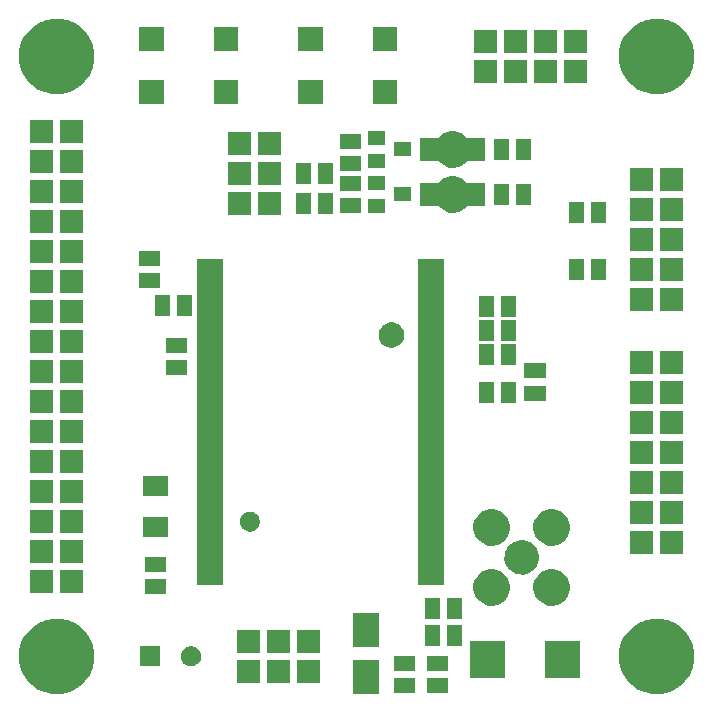
<source format=gbr>
G04 #@! TF.FileFunction,Soldermask,Bot*
%FSLAX46Y46*%
G04 Gerber Fmt 4.6, Leading zero omitted, Abs format (unit mm)*
G04 Created by KiCad (PCBNEW (2016-09-17 revision 679eef1)-makepkg) date 01/02/17 11:13:26*
%MOMM*%
%LPD*%
G01*
G04 APERTURE LIST*
%ADD10C,0.300000*%
G04 APERTURE END LIST*
D10*
G36*
X5416110Y8277872D02*
X6030848Y8151685D01*
X6609363Y7908500D01*
X7129631Y7557574D01*
X7571824Y7112283D01*
X7919105Y6589582D01*
X8158249Y6009378D01*
X8280004Y5394466D01*
X8280004Y5394449D01*
X8280137Y5393776D01*
X8270128Y4676993D01*
X8269977Y4676330D01*
X8269977Y4676306D01*
X8131099Y4065032D01*
X7875851Y3491739D01*
X7514107Y2978933D01*
X7059653Y2546162D01*
X6529787Y2209900D01*
X5944712Y1982964D01*
X5326688Y1873989D01*
X4699273Y1887132D01*
X4086359Y2021890D01*
X3511293Y2273129D01*
X2995980Y2631282D01*
X2560044Y3082706D01*
X2220093Y3610208D01*
X1989075Y4193693D01*
X1875790Y4810936D01*
X1884551Y5438424D01*
X2015027Y6052266D01*
X2262248Y6629075D01*
X2616795Y7146877D01*
X3065163Y7585952D01*
X3590276Y7929576D01*
X4172132Y8164661D01*
X4788571Y8282254D01*
X5416110Y8277872D01*
X5416110Y8277872D01*
G37*
G36*
X56216110Y8277872D02*
X56830848Y8151685D01*
X57409363Y7908500D01*
X57929631Y7557574D01*
X58371824Y7112283D01*
X58719105Y6589582D01*
X58958249Y6009378D01*
X59080004Y5394466D01*
X59080004Y5394449D01*
X59080137Y5393776D01*
X59070128Y4676993D01*
X59069977Y4676330D01*
X59069977Y4676306D01*
X58931099Y4065032D01*
X58675851Y3491739D01*
X58314107Y2978933D01*
X57859653Y2546162D01*
X57329787Y2209900D01*
X56744712Y1982964D01*
X56126688Y1873989D01*
X55499273Y1887132D01*
X54886359Y2021890D01*
X54311293Y2273129D01*
X53795980Y2631282D01*
X53360044Y3082706D01*
X53020093Y3610208D01*
X52789075Y4193693D01*
X52675790Y4810936D01*
X52684551Y5438424D01*
X52815027Y6052266D01*
X53062248Y6629075D01*
X53416795Y7146877D01*
X53865163Y7585952D01*
X54390276Y7929576D01*
X54972132Y8164661D01*
X55588571Y8282254D01*
X56216110Y8277872D01*
X56216110Y8277872D01*
G37*
G36*
X32342430Y1885340D02*
X30141570Y1885340D01*
X30141570Y4784700D01*
X32342430Y4784700D01*
X32342430Y1885340D01*
X32342430Y1885340D01*
G37*
G36*
X38236500Y1959000D02*
X36439500Y1959000D01*
X36439500Y3248000D01*
X38236500Y3248000D01*
X38236500Y1959000D01*
X38236500Y1959000D01*
G37*
G36*
X35442500Y1959000D02*
X33645500Y1959000D01*
X33645500Y3248000D01*
X35442500Y3248000D01*
X35442500Y1959000D01*
X35442500Y1959000D01*
G37*
G36*
X27378000Y2848000D02*
X25454000Y2848000D01*
X25454000Y4772000D01*
X27378000Y4772000D01*
X27378000Y2848000D01*
X27378000Y2848000D01*
G37*
G36*
X24838000Y2848000D02*
X22914000Y2848000D01*
X22914000Y4772000D01*
X24838000Y4772000D01*
X24838000Y2848000D01*
X24838000Y2848000D01*
G37*
G36*
X22298000Y2848000D02*
X20374000Y2848000D01*
X20374000Y4772000D01*
X22298000Y4772000D01*
X22298000Y2848000D01*
X22298000Y2848000D01*
G37*
G36*
X49354080Y3275990D02*
X46403920Y3275990D01*
X46403920Y6376010D01*
X49354080Y6376010D01*
X49354080Y3275990D01*
X49354080Y3275990D01*
G37*
G36*
X43004080Y3275990D02*
X40053920Y3275990D01*
X40053920Y6376010D01*
X43004080Y6376010D01*
X43004080Y3275990D01*
X43004080Y3275990D01*
G37*
G36*
X38236500Y3864000D02*
X36439500Y3864000D01*
X36439500Y5153000D01*
X38236500Y5153000D01*
X38236500Y3864000D01*
X38236500Y3864000D01*
G37*
G36*
X35442500Y3864000D02*
X33645500Y3864000D01*
X33645500Y5153000D01*
X35442500Y5153000D01*
X35442500Y3864000D01*
X35442500Y3864000D01*
G37*
G36*
X16543285Y5929438D02*
X16706568Y5895921D01*
X16860238Y5831324D01*
X16998437Y5738108D01*
X17115894Y5619828D01*
X17208139Y5480986D01*
X17271662Y5326868D01*
X17303904Y5164035D01*
X17303904Y5164020D01*
X17304037Y5163347D01*
X17301378Y4972951D01*
X17301227Y4972288D01*
X17301227Y4972264D01*
X17264451Y4810396D01*
X17196652Y4658119D01*
X17100561Y4521901D01*
X16979847Y4406946D01*
X16839101Y4317626D01*
X16683693Y4257347D01*
X16519526Y4228399D01*
X16352868Y4231891D01*
X16190063Y4267685D01*
X16037311Y4334421D01*
X15900431Y4429556D01*
X15784635Y4549466D01*
X15694332Y4689589D01*
X15632969Y4844572D01*
X15602878Y5008529D01*
X15605205Y5175205D01*
X15639863Y5338258D01*
X15705532Y5491477D01*
X15799709Y5629017D01*
X15918804Y5745644D01*
X16058293Y5836923D01*
X16212845Y5899366D01*
X16376588Y5930602D01*
X16543285Y5929438D01*
X16543285Y5929438D01*
G37*
G36*
X13804000Y4230000D02*
X12104000Y4230000D01*
X12104000Y5930000D01*
X13804000Y5930000D01*
X13804000Y4230000D01*
X13804000Y4230000D01*
G37*
G36*
X27378000Y5388000D02*
X25454000Y5388000D01*
X25454000Y7312000D01*
X27378000Y7312000D01*
X27378000Y5388000D01*
X27378000Y5388000D01*
G37*
G36*
X22298000Y5388000D02*
X20374000Y5388000D01*
X20374000Y7312000D01*
X22298000Y7312000D01*
X22298000Y5388000D01*
X22298000Y5388000D01*
G37*
G36*
X24838000Y5388000D02*
X22914000Y5388000D01*
X22914000Y7312000D01*
X24838000Y7312000D01*
X24838000Y5388000D01*
X24838000Y5388000D01*
G37*
G36*
X32342430Y5883300D02*
X30141570Y5883300D01*
X30141570Y8782660D01*
X32342430Y8782660D01*
X32342430Y5883300D01*
X32342430Y5883300D01*
G37*
G36*
X39443000Y5959500D02*
X38154000Y5959500D01*
X38154000Y7756500D01*
X39443000Y7756500D01*
X39443000Y5959500D01*
X39443000Y5959500D01*
G37*
G36*
X37538000Y5959500D02*
X36249000Y5959500D01*
X36249000Y7756500D01*
X37538000Y7756500D01*
X37538000Y5959500D01*
X37538000Y5959500D01*
G37*
G36*
X39443000Y8245500D02*
X38154000Y8245500D01*
X38154000Y10042500D01*
X39443000Y10042500D01*
X39443000Y8245500D01*
X39443000Y8245500D01*
G37*
G36*
X37538000Y8245500D02*
X36249000Y8245500D01*
X36249000Y10042500D01*
X37538000Y10042500D01*
X37538000Y8245500D01*
X37538000Y8245500D01*
G37*
G36*
X47152804Y12470971D02*
X47450569Y12409849D01*
X47730786Y12292057D01*
X47982793Y12122077D01*
X48196980Y11906389D01*
X48365193Y11653206D01*
X48481030Y11372165D01*
X48539934Y11074678D01*
X48539934Y11074658D01*
X48540067Y11073985D01*
X48535219Y10726793D01*
X48535067Y10726125D01*
X48535067Y10726107D01*
X48467878Y10430375D01*
X48344241Y10152680D01*
X48169025Y9904296D01*
X47948897Y9694671D01*
X47692240Y9531792D01*
X47408848Y9421871D01*
X47109489Y9369085D01*
X46805585Y9375452D01*
X46508704Y9440726D01*
X46230159Y9562418D01*
X45980550Y9735902D01*
X45769395Y9954559D01*
X45604731Y10210068D01*
X45492829Y10492697D01*
X45437958Y10791671D01*
X45442202Y11095611D01*
X45505402Y11392946D01*
X45625147Y11672332D01*
X45796884Y11923146D01*
X46014059Y12135820D01*
X46268417Y12302267D01*
X46550249Y12416135D01*
X46848839Y12473094D01*
X47152804Y12470971D01*
X47152804Y12470971D01*
G37*
G36*
X42072804Y12470971D02*
X42370569Y12409849D01*
X42650786Y12292057D01*
X42902793Y12122077D01*
X43116980Y11906389D01*
X43285193Y11653206D01*
X43401030Y11372165D01*
X43459934Y11074678D01*
X43459934Y11074658D01*
X43460067Y11073985D01*
X43455219Y10726793D01*
X43455067Y10726125D01*
X43455067Y10726107D01*
X43387878Y10430375D01*
X43264241Y10152680D01*
X43089025Y9904296D01*
X42868897Y9694671D01*
X42612240Y9531792D01*
X42328848Y9421871D01*
X42029489Y9369085D01*
X41725585Y9375452D01*
X41428704Y9440726D01*
X41150159Y9562418D01*
X40900550Y9735902D01*
X40689395Y9954559D01*
X40524731Y10210068D01*
X40412829Y10492697D01*
X40357958Y10791671D01*
X40362202Y11095611D01*
X40425402Y11392946D01*
X40545147Y11672332D01*
X40716884Y11923146D01*
X40934059Y12135820D01*
X41188417Y12302267D01*
X41470249Y12416135D01*
X41768839Y12473094D01*
X42072804Y12470971D01*
X42072804Y12470971D01*
G37*
G36*
X14360500Y10341000D02*
X12563500Y10341000D01*
X12563500Y11630000D01*
X14360500Y11630000D01*
X14360500Y10341000D01*
X14360500Y10341000D01*
G37*
G36*
X4772000Y10468000D02*
X2848000Y10468000D01*
X2848000Y12392000D01*
X4772000Y12392000D01*
X4772000Y10468000D01*
X4772000Y10468000D01*
G37*
G36*
X7312000Y10468000D02*
X5388000Y10468000D01*
X5388000Y12392000D01*
X7312000Y12392000D01*
X7312000Y10468000D01*
X7312000Y10468000D01*
G37*
G36*
X19182000Y11092000D02*
X16982000Y11092000D01*
X16982000Y38692000D01*
X19182000Y38692000D01*
X19182000Y11092000D01*
X19182000Y11092000D01*
G37*
G36*
X37882000Y11092000D02*
X35682000Y11092000D01*
X35682000Y38692000D01*
X37882000Y38692000D01*
X37882000Y11092000D01*
X37882000Y11092000D01*
G37*
G36*
X44602300Y14911038D02*
X44880857Y14853859D01*
X45142992Y14743668D01*
X45378739Y14584654D01*
X45579112Y14382878D01*
X45736471Y14146032D01*
X45844835Y13883122D01*
X45899930Y13604872D01*
X45899930Y13604848D01*
X45900062Y13604180D01*
X45895527Y13279387D01*
X45895376Y13278724D01*
X45895376Y13278700D01*
X45832532Y13002096D01*
X45716870Y12742316D01*
X45552956Y12509951D01*
X45347033Y12313854D01*
X45106936Y12161484D01*
X44841824Y12058653D01*
X44561780Y12009273D01*
X44277482Y12015229D01*
X43999756Y12076290D01*
X43739179Y12190134D01*
X43505677Y12352422D01*
X43308143Y12556974D01*
X43154102Y12796000D01*
X43049422Y13060392D01*
X42998089Y13340081D01*
X43002059Y13624410D01*
X43061182Y13902558D01*
X43173204Y14163927D01*
X43333859Y14398556D01*
X43537026Y14597512D01*
X43774966Y14753216D01*
X44038620Y14859740D01*
X44317946Y14913024D01*
X44602300Y14911038D01*
X44602300Y14911038D01*
G37*
G36*
X14360500Y12246000D02*
X12563500Y12246000D01*
X12563500Y13535000D01*
X14360500Y13535000D01*
X14360500Y12246000D01*
X14360500Y12246000D01*
G37*
G36*
X4772000Y13008000D02*
X2848000Y13008000D01*
X2848000Y14932000D01*
X4772000Y14932000D01*
X4772000Y13008000D01*
X4772000Y13008000D01*
G37*
G36*
X7312000Y13008000D02*
X5388000Y13008000D01*
X5388000Y14932000D01*
X7312000Y14932000D01*
X7312000Y13008000D01*
X7312000Y13008000D01*
G37*
G36*
X58112000Y13770000D02*
X56188000Y13770000D01*
X56188000Y15694000D01*
X58112000Y15694000D01*
X58112000Y13770000D01*
X58112000Y13770000D01*
G37*
G36*
X55572000Y13770000D02*
X53648000Y13770000D01*
X53648000Y15694000D01*
X55572000Y15694000D01*
X55572000Y13770000D01*
X55572000Y13770000D01*
G37*
G36*
X47152804Y17550971D02*
X47450569Y17489849D01*
X47730786Y17372057D01*
X47982793Y17202077D01*
X48196980Y16986389D01*
X48365193Y16733206D01*
X48481030Y16452165D01*
X48539934Y16154678D01*
X48539934Y16154658D01*
X48540067Y16153985D01*
X48535219Y15806793D01*
X48535067Y15806125D01*
X48535067Y15806107D01*
X48467878Y15510375D01*
X48344241Y15232680D01*
X48169025Y14984296D01*
X47948897Y14774671D01*
X47692240Y14611792D01*
X47408848Y14501871D01*
X47109489Y14449085D01*
X46805585Y14455452D01*
X46508704Y14520726D01*
X46230159Y14642418D01*
X45980550Y14815902D01*
X45769395Y15034559D01*
X45604731Y15290068D01*
X45492829Y15572697D01*
X45437958Y15871671D01*
X45442202Y16175611D01*
X45505402Y16472946D01*
X45625147Y16752332D01*
X45796884Y17003146D01*
X46014059Y17215820D01*
X46268417Y17382267D01*
X46550249Y17496135D01*
X46848839Y17553094D01*
X47152804Y17550971D01*
X47152804Y17550971D01*
G37*
G36*
X42072804Y17550971D02*
X42370569Y17489849D01*
X42650786Y17372057D01*
X42902793Y17202077D01*
X43116980Y16986389D01*
X43285193Y16733206D01*
X43401030Y16452165D01*
X43459934Y16154678D01*
X43459934Y16154658D01*
X43460067Y16153985D01*
X43455219Y15806793D01*
X43455067Y15806125D01*
X43455067Y15806107D01*
X43387878Y15510375D01*
X43264241Y15232680D01*
X43089025Y14984296D01*
X42868897Y14774671D01*
X42612240Y14611792D01*
X42328848Y14501871D01*
X42029489Y14449085D01*
X41725585Y14455452D01*
X41428704Y14520726D01*
X41150159Y14642418D01*
X40900550Y14815902D01*
X40689395Y15034559D01*
X40524731Y15290068D01*
X40412829Y15572697D01*
X40357958Y15871671D01*
X40362202Y16175611D01*
X40425402Y16472946D01*
X40545147Y16752332D01*
X40716884Y17003146D01*
X40934059Y17215820D01*
X41188417Y17382267D01*
X41470249Y17496135D01*
X41768839Y17553094D01*
X42072804Y17550971D01*
X42072804Y17550971D01*
G37*
G36*
X14511630Y15179700D02*
X12412370Y15179700D01*
X12412370Y16880180D01*
X14511630Y16880180D01*
X14511630Y15179700D01*
X14511630Y15179700D01*
G37*
G36*
X7312000Y15548000D02*
X5388000Y15548000D01*
X5388000Y17472000D01*
X7312000Y17472000D01*
X7312000Y15548000D01*
X7312000Y15548000D01*
G37*
G36*
X4772000Y15548000D02*
X2848000Y15548000D01*
X2848000Y17472000D01*
X4772000Y17472000D01*
X4772000Y15548000D01*
X4772000Y15548000D01*
G37*
G36*
X21521285Y17333438D02*
X21684568Y17299921D01*
X21838238Y17235324D01*
X21976437Y17142108D01*
X22093894Y17023828D01*
X22186139Y16884986D01*
X22249662Y16730868D01*
X22281904Y16568035D01*
X22281904Y16568020D01*
X22282037Y16567347D01*
X22279378Y16376951D01*
X22279227Y16376288D01*
X22279227Y16376264D01*
X22242451Y16214396D01*
X22174652Y16062119D01*
X22078561Y15925901D01*
X21957847Y15810946D01*
X21817101Y15721626D01*
X21661693Y15661347D01*
X21497526Y15632399D01*
X21330868Y15635891D01*
X21168063Y15671685D01*
X21015311Y15738421D01*
X20878431Y15833556D01*
X20762635Y15953466D01*
X20672332Y16093589D01*
X20610969Y16248572D01*
X20580878Y16412529D01*
X20583205Y16579205D01*
X20617863Y16742258D01*
X20683532Y16895477D01*
X20777709Y17033017D01*
X20896804Y17149644D01*
X21036293Y17240923D01*
X21190845Y17303366D01*
X21354588Y17334602D01*
X21521285Y17333438D01*
X21521285Y17333438D01*
G37*
G36*
X58112000Y16310000D02*
X56188000Y16310000D01*
X56188000Y18234000D01*
X58112000Y18234000D01*
X58112000Y16310000D01*
X58112000Y16310000D01*
G37*
G36*
X55572000Y16310000D02*
X53648000Y16310000D01*
X53648000Y18234000D01*
X55572000Y18234000D01*
X55572000Y16310000D01*
X55572000Y16310000D01*
G37*
G36*
X7312000Y18088000D02*
X5388000Y18088000D01*
X5388000Y20012000D01*
X7312000Y20012000D01*
X7312000Y18088000D01*
X7312000Y18088000D01*
G37*
G36*
X4772000Y18088000D02*
X2848000Y18088000D01*
X2848000Y20012000D01*
X4772000Y20012000D01*
X4772000Y18088000D01*
X4772000Y18088000D01*
G37*
G36*
X14511630Y18679820D02*
X12412370Y18679820D01*
X12412370Y20380300D01*
X14511630Y20380300D01*
X14511630Y18679820D01*
X14511630Y18679820D01*
G37*
G36*
X58112000Y18850000D02*
X56188000Y18850000D01*
X56188000Y20774000D01*
X58112000Y20774000D01*
X58112000Y18850000D01*
X58112000Y18850000D01*
G37*
G36*
X55572000Y18850000D02*
X53648000Y18850000D01*
X53648000Y20774000D01*
X55572000Y20774000D01*
X55572000Y18850000D01*
X55572000Y18850000D01*
G37*
G36*
X7312000Y20628000D02*
X5388000Y20628000D01*
X5388000Y22552000D01*
X7312000Y22552000D01*
X7312000Y20628000D01*
X7312000Y20628000D01*
G37*
G36*
X4772000Y20628000D02*
X2848000Y20628000D01*
X2848000Y22552000D01*
X4772000Y22552000D01*
X4772000Y20628000D01*
X4772000Y20628000D01*
G37*
G36*
X55572000Y21390000D02*
X53648000Y21390000D01*
X53648000Y23314000D01*
X55572000Y23314000D01*
X55572000Y21390000D01*
X55572000Y21390000D01*
G37*
G36*
X58112000Y21390000D02*
X56188000Y21390000D01*
X56188000Y23314000D01*
X58112000Y23314000D01*
X58112000Y21390000D01*
X58112000Y21390000D01*
G37*
G36*
X7312000Y23168000D02*
X5388000Y23168000D01*
X5388000Y25092000D01*
X7312000Y25092000D01*
X7312000Y23168000D01*
X7312000Y23168000D01*
G37*
G36*
X4772000Y23168000D02*
X2848000Y23168000D01*
X2848000Y25092000D01*
X4772000Y25092000D01*
X4772000Y23168000D01*
X4772000Y23168000D01*
G37*
G36*
X55572000Y23930000D02*
X53648000Y23930000D01*
X53648000Y25854000D01*
X55572000Y25854000D01*
X55572000Y23930000D01*
X55572000Y23930000D01*
G37*
G36*
X58112000Y23930000D02*
X56188000Y23930000D01*
X56188000Y25854000D01*
X58112000Y25854000D01*
X58112000Y23930000D01*
X58112000Y23930000D01*
G37*
G36*
X7312000Y25708000D02*
X5388000Y25708000D01*
X5388000Y27632000D01*
X7312000Y27632000D01*
X7312000Y25708000D01*
X7312000Y25708000D01*
G37*
G36*
X4772000Y25708000D02*
X2848000Y25708000D01*
X2848000Y27632000D01*
X4772000Y27632000D01*
X4772000Y25708000D01*
X4772000Y25708000D01*
G37*
G36*
X55572000Y26470000D02*
X53648000Y26470000D01*
X53648000Y28394000D01*
X55572000Y28394000D01*
X55572000Y26470000D01*
X55572000Y26470000D01*
G37*
G36*
X58112000Y26470000D02*
X56188000Y26470000D01*
X56188000Y28394000D01*
X58112000Y28394000D01*
X58112000Y26470000D01*
X58112000Y26470000D01*
G37*
G36*
X44015000Y26533500D02*
X42726000Y26533500D01*
X42726000Y28330500D01*
X44015000Y28330500D01*
X44015000Y26533500D01*
X44015000Y26533500D01*
G37*
G36*
X42110000Y26533500D02*
X40821000Y26533500D01*
X40821000Y28330500D01*
X42110000Y28330500D01*
X42110000Y26533500D01*
X42110000Y26533500D01*
G37*
G36*
X46491500Y26724000D02*
X44694500Y26724000D01*
X44694500Y28013000D01*
X46491500Y28013000D01*
X46491500Y26724000D01*
X46491500Y26724000D01*
G37*
G36*
X4772000Y28248000D02*
X2848000Y28248000D01*
X2848000Y30172000D01*
X4772000Y30172000D01*
X4772000Y28248000D01*
X4772000Y28248000D01*
G37*
G36*
X7312000Y28248000D02*
X5388000Y28248000D01*
X5388000Y30172000D01*
X7312000Y30172000D01*
X7312000Y28248000D01*
X7312000Y28248000D01*
G37*
G36*
X46491500Y28629000D02*
X44694500Y28629000D01*
X44694500Y29918000D01*
X46491500Y29918000D01*
X46491500Y28629000D01*
X46491500Y28629000D01*
G37*
G36*
X16138500Y28883000D02*
X14341500Y28883000D01*
X14341500Y30172000D01*
X16138500Y30172000D01*
X16138500Y28883000D01*
X16138500Y28883000D01*
G37*
G36*
X58112000Y29010000D02*
X56188000Y29010000D01*
X56188000Y30934000D01*
X58112000Y30934000D01*
X58112000Y29010000D01*
X58112000Y29010000D01*
G37*
G36*
X55572000Y29010000D02*
X53648000Y29010000D01*
X53648000Y30934000D01*
X55572000Y30934000D01*
X55572000Y29010000D01*
X55572000Y29010000D01*
G37*
G36*
X42110000Y29708500D02*
X40821000Y29708500D01*
X40821000Y31505500D01*
X42110000Y31505500D01*
X42110000Y29708500D01*
X42110000Y29708500D01*
G37*
G36*
X44015000Y29708500D02*
X42726000Y29708500D01*
X42726000Y31505500D01*
X44015000Y31505500D01*
X44015000Y29708500D01*
X44015000Y29708500D01*
G37*
G36*
X16138500Y30788000D02*
X14341500Y30788000D01*
X14341500Y32077000D01*
X16138500Y32077000D01*
X16138500Y30788000D01*
X16138500Y30788000D01*
G37*
G36*
X7312000Y30788000D02*
X5388000Y30788000D01*
X5388000Y32712000D01*
X7312000Y32712000D01*
X7312000Y30788000D01*
X7312000Y30788000D01*
G37*
G36*
X4772000Y30788000D02*
X2848000Y30788000D01*
X2848000Y32712000D01*
X4772000Y32712000D01*
X4772000Y30788000D01*
X4772000Y30788000D01*
G37*
G36*
X33544912Y33358287D02*
X33751428Y33315896D01*
X33945771Y33234202D01*
X34120548Y33116313D01*
X34269101Y32966720D01*
X34385763Y32791128D01*
X34466102Y32596214D01*
X34506913Y32390099D01*
X34506913Y32390082D01*
X34507046Y32389409D01*
X34503683Y32148615D01*
X34503532Y32147952D01*
X34503532Y32147928D01*
X34456982Y31943036D01*
X34371231Y31750436D01*
X34249712Y31578173D01*
X34097042Y31432788D01*
X33919037Y31319822D01*
X33722491Y31243587D01*
X33514871Y31206978D01*
X33304098Y31211394D01*
X33098198Y31256663D01*
X32905011Y31341064D01*
X32731899Y31461381D01*
X32585451Y31613032D01*
X32471247Y31790241D01*
X32393640Y31986256D01*
X32355583Y32193612D01*
X32358526Y32404407D01*
X32402359Y32610626D01*
X32485407Y32804391D01*
X32604516Y32978344D01*
X32755136Y33125843D01*
X32931547Y33241283D01*
X33127011Y33320256D01*
X33334097Y33359760D01*
X33544912Y33358287D01*
X33544912Y33358287D01*
G37*
G36*
X44015000Y31740500D02*
X42726000Y31740500D01*
X42726000Y33537500D01*
X44015000Y33537500D01*
X44015000Y31740500D01*
X44015000Y31740500D01*
G37*
G36*
X42110000Y31740500D02*
X40821000Y31740500D01*
X40821000Y33537500D01*
X42110000Y33537500D01*
X42110000Y31740500D01*
X42110000Y31740500D01*
G37*
G36*
X7312000Y33328000D02*
X5388000Y33328000D01*
X5388000Y35252000D01*
X7312000Y35252000D01*
X7312000Y33328000D01*
X7312000Y33328000D01*
G37*
G36*
X4772000Y33328000D02*
X2848000Y33328000D01*
X2848000Y35252000D01*
X4772000Y35252000D01*
X4772000Y33328000D01*
X4772000Y33328000D01*
G37*
G36*
X42110000Y33772500D02*
X40821000Y33772500D01*
X40821000Y35569500D01*
X42110000Y35569500D01*
X42110000Y33772500D01*
X42110000Y33772500D01*
G37*
G36*
X44015000Y33772500D02*
X42726000Y33772500D01*
X42726000Y35569500D01*
X44015000Y35569500D01*
X44015000Y33772500D01*
X44015000Y33772500D01*
G37*
G36*
X16583000Y33899500D02*
X15294000Y33899500D01*
X15294000Y35696500D01*
X16583000Y35696500D01*
X16583000Y33899500D01*
X16583000Y33899500D01*
G37*
G36*
X14678000Y33899500D02*
X13389000Y33899500D01*
X13389000Y35696500D01*
X14678000Y35696500D01*
X14678000Y33899500D01*
X14678000Y33899500D01*
G37*
G36*
X58112000Y34344000D02*
X56188000Y34344000D01*
X56188000Y36268000D01*
X58112000Y36268000D01*
X58112000Y34344000D01*
X58112000Y34344000D01*
G37*
G36*
X55572000Y34344000D02*
X53648000Y34344000D01*
X53648000Y36268000D01*
X55572000Y36268000D01*
X55572000Y34344000D01*
X55572000Y34344000D01*
G37*
G36*
X4772000Y35868000D02*
X2848000Y35868000D01*
X2848000Y37792000D01*
X4772000Y37792000D01*
X4772000Y35868000D01*
X4772000Y35868000D01*
G37*
G36*
X7312000Y35868000D02*
X5388000Y35868000D01*
X5388000Y37792000D01*
X7312000Y37792000D01*
X7312000Y35868000D01*
X7312000Y35868000D01*
G37*
G36*
X13852500Y36249000D02*
X12055500Y36249000D01*
X12055500Y37538000D01*
X13852500Y37538000D01*
X13852500Y36249000D01*
X13852500Y36249000D01*
G37*
G36*
X55572000Y36884000D02*
X53648000Y36884000D01*
X53648000Y38808000D01*
X55572000Y38808000D01*
X55572000Y36884000D01*
X55572000Y36884000D01*
G37*
G36*
X58112000Y36884000D02*
X56188000Y36884000D01*
X56188000Y38808000D01*
X58112000Y38808000D01*
X58112000Y36884000D01*
X58112000Y36884000D01*
G37*
G36*
X51635000Y36947500D02*
X50346000Y36947500D01*
X50346000Y38744500D01*
X51635000Y38744500D01*
X51635000Y36947500D01*
X51635000Y36947500D01*
G37*
G36*
X49730000Y36947500D02*
X48441000Y36947500D01*
X48441000Y38744500D01*
X49730000Y38744500D01*
X49730000Y36947500D01*
X49730000Y36947500D01*
G37*
G36*
X13852500Y38154000D02*
X12055500Y38154000D01*
X12055500Y39443000D01*
X13852500Y39443000D01*
X13852500Y38154000D01*
X13852500Y38154000D01*
G37*
G36*
X4772000Y38408000D02*
X2848000Y38408000D01*
X2848000Y40332000D01*
X4772000Y40332000D01*
X4772000Y38408000D01*
X4772000Y38408000D01*
G37*
G36*
X7312000Y38408000D02*
X5388000Y38408000D01*
X5388000Y40332000D01*
X7312000Y40332000D01*
X7312000Y38408000D01*
X7312000Y38408000D01*
G37*
G36*
X55572000Y39424000D02*
X53648000Y39424000D01*
X53648000Y41348000D01*
X55572000Y41348000D01*
X55572000Y39424000D01*
X55572000Y39424000D01*
G37*
G36*
X58112000Y39424000D02*
X56188000Y39424000D01*
X56188000Y41348000D01*
X58112000Y41348000D01*
X58112000Y39424000D01*
X58112000Y39424000D01*
G37*
G36*
X7312000Y40948000D02*
X5388000Y40948000D01*
X5388000Y42872000D01*
X7312000Y42872000D01*
X7312000Y40948000D01*
X7312000Y40948000D01*
G37*
G36*
X4772000Y40948000D02*
X2848000Y40948000D01*
X2848000Y42872000D01*
X4772000Y42872000D01*
X4772000Y40948000D01*
X4772000Y40948000D01*
G37*
G36*
X49730000Y41773500D02*
X48441000Y41773500D01*
X48441000Y43570500D01*
X49730000Y43570500D01*
X49730000Y41773500D01*
X49730000Y41773500D01*
G37*
G36*
X51635000Y41773500D02*
X50346000Y41773500D01*
X50346000Y43570500D01*
X51635000Y43570500D01*
X51635000Y41773500D01*
X51635000Y41773500D01*
G37*
G36*
X55572000Y41964000D02*
X53648000Y41964000D01*
X53648000Y43888000D01*
X55572000Y43888000D01*
X55572000Y41964000D01*
X55572000Y41964000D01*
G37*
G36*
X58112000Y41964000D02*
X56188000Y41964000D01*
X56188000Y43888000D01*
X58112000Y43888000D01*
X58112000Y41964000D01*
X58112000Y41964000D01*
G37*
G36*
X21536000Y42472000D02*
X19612000Y42472000D01*
X19612000Y44396000D01*
X21536000Y44396000D01*
X21536000Y42472000D01*
X21536000Y42472000D01*
G37*
G36*
X24076000Y42472000D02*
X22152000Y42472000D01*
X22152000Y44396000D01*
X24076000Y44396000D01*
X24076000Y42472000D01*
X24076000Y42472000D01*
G37*
G36*
X28521000Y42535500D02*
X27232000Y42535500D01*
X27232000Y44332500D01*
X28521000Y44332500D01*
X28521000Y42535500D01*
X28521000Y42535500D01*
G37*
G36*
X26616000Y42535500D02*
X25327000Y42535500D01*
X25327000Y44332500D01*
X26616000Y44332500D01*
X26616000Y42535500D01*
X26616000Y42535500D01*
G37*
G36*
X30870500Y42599000D02*
X29073500Y42599000D01*
X29073500Y43888000D01*
X30870500Y43888000D01*
X30870500Y42599000D01*
X30870500Y42599000D01*
G37*
G36*
X38770804Y45744971D02*
X39068569Y45683849D01*
X39348786Y45566057D01*
X39600793Y45396077D01*
X39819798Y45175537D01*
X39834908Y45163048D01*
X39852164Y45153746D01*
X39870904Y45147990D01*
X39890755Y45146000D01*
X41333000Y45146000D01*
X41333000Y43246000D01*
X39886620Y43246000D01*
X39867111Y43244079D01*
X39848352Y43238388D01*
X39831063Y43229147D01*
X39815909Y43216711D01*
X39804906Y43203644D01*
X39787023Y43178294D01*
X39566897Y42968671D01*
X39310240Y42805792D01*
X39026848Y42695871D01*
X38727489Y42643085D01*
X38423585Y42649452D01*
X38126704Y42714726D01*
X37848159Y42836418D01*
X37598550Y43009902D01*
X37400039Y43215466D01*
X37385105Y43228165D01*
X37367980Y43237706D01*
X37349323Y43243723D01*
X37328105Y43246000D01*
X35883000Y43246000D01*
X35883000Y45146000D01*
X37327139Y45146000D01*
X37346648Y45147921D01*
X37365407Y45153612D01*
X37382696Y45162853D01*
X37397850Y45175289D01*
X37409650Y45189503D01*
X37414883Y45197146D01*
X37632059Y45409820D01*
X37886417Y45576267D01*
X38168249Y45690135D01*
X38466839Y45747094D01*
X38770804Y45744971D01*
X38770804Y45744971D01*
G37*
G36*
X32874560Y42643450D02*
X31473800Y42643450D01*
X31473800Y43843550D01*
X32874560Y43843550D01*
X32874560Y42643450D01*
X32874560Y42643450D01*
G37*
G36*
X45285000Y43297500D02*
X43996000Y43297500D01*
X43996000Y45094500D01*
X45285000Y45094500D01*
X45285000Y43297500D01*
X45285000Y43297500D01*
G37*
G36*
X43380000Y43297500D02*
X42091000Y43297500D01*
X42091000Y45094500D01*
X43380000Y45094500D01*
X43380000Y43297500D01*
X43380000Y43297500D01*
G37*
G36*
X7312000Y43488000D02*
X5388000Y43488000D01*
X5388000Y45412000D01*
X7312000Y45412000D01*
X7312000Y43488000D01*
X7312000Y43488000D01*
G37*
G36*
X4772000Y43488000D02*
X2848000Y43488000D01*
X2848000Y45412000D01*
X4772000Y45412000D01*
X4772000Y43488000D01*
X4772000Y43488000D01*
G37*
G36*
X35074200Y43595950D02*
X33673440Y43595950D01*
X33673440Y44796050D01*
X35074200Y44796050D01*
X35074200Y43595950D01*
X35074200Y43595950D01*
G37*
G36*
X58112000Y44504000D02*
X56188000Y44504000D01*
X56188000Y46428000D01*
X58112000Y46428000D01*
X58112000Y44504000D01*
X58112000Y44504000D01*
G37*
G36*
X55572000Y44504000D02*
X53648000Y44504000D01*
X53648000Y46428000D01*
X55572000Y46428000D01*
X55572000Y44504000D01*
X55572000Y44504000D01*
G37*
G36*
X30870500Y44504000D02*
X29073500Y44504000D01*
X29073500Y45793000D01*
X30870500Y45793000D01*
X30870500Y44504000D01*
X30870500Y44504000D01*
G37*
G36*
X32874560Y44548450D02*
X31473800Y44548450D01*
X31473800Y45748550D01*
X32874560Y45748550D01*
X32874560Y44548450D01*
X32874560Y44548450D01*
G37*
G36*
X21536000Y45012000D02*
X19612000Y45012000D01*
X19612000Y46936000D01*
X21536000Y46936000D01*
X21536000Y45012000D01*
X21536000Y45012000D01*
G37*
G36*
X24076000Y45012000D02*
X22152000Y45012000D01*
X22152000Y46936000D01*
X24076000Y46936000D01*
X24076000Y45012000D01*
X24076000Y45012000D01*
G37*
G36*
X28521000Y45075500D02*
X27232000Y45075500D01*
X27232000Y46872500D01*
X28521000Y46872500D01*
X28521000Y45075500D01*
X28521000Y45075500D01*
G37*
G36*
X26616000Y45075500D02*
X25327000Y45075500D01*
X25327000Y46872500D01*
X26616000Y46872500D01*
X26616000Y45075500D01*
X26616000Y45075500D01*
G37*
G36*
X4772000Y46028000D02*
X2848000Y46028000D01*
X2848000Y47952000D01*
X4772000Y47952000D01*
X4772000Y46028000D01*
X4772000Y46028000D01*
G37*
G36*
X7312000Y46028000D02*
X5388000Y46028000D01*
X5388000Y47952000D01*
X7312000Y47952000D01*
X7312000Y46028000D01*
X7312000Y46028000D01*
G37*
G36*
X30870500Y46155000D02*
X29073500Y46155000D01*
X29073500Y47444000D01*
X30870500Y47444000D01*
X30870500Y46155000D01*
X30870500Y46155000D01*
G37*
G36*
X38770804Y49554971D02*
X39068569Y49493849D01*
X39348786Y49376057D01*
X39600793Y49206077D01*
X39819798Y48985537D01*
X39834908Y48973048D01*
X39852164Y48963746D01*
X39870904Y48957990D01*
X39890755Y48956000D01*
X41333000Y48956000D01*
X41333000Y47056000D01*
X39886620Y47056000D01*
X39867111Y47054079D01*
X39848352Y47048388D01*
X39831063Y47039147D01*
X39815909Y47026711D01*
X39804906Y47013644D01*
X39787023Y46988294D01*
X39566897Y46778671D01*
X39310240Y46615792D01*
X39026848Y46505871D01*
X38727489Y46453085D01*
X38423585Y46459452D01*
X38126704Y46524726D01*
X37848159Y46646418D01*
X37598550Y46819902D01*
X37400039Y47025466D01*
X37385105Y47038165D01*
X37367980Y47047706D01*
X37349323Y47053723D01*
X37328105Y47056000D01*
X35883000Y47056000D01*
X35883000Y48956000D01*
X37327139Y48956000D01*
X37346648Y48957921D01*
X37365407Y48963612D01*
X37382696Y48972853D01*
X37397850Y48985289D01*
X37409650Y48999503D01*
X37414883Y49007146D01*
X37632059Y49219820D01*
X37886417Y49386267D01*
X38168249Y49500135D01*
X38466839Y49557094D01*
X38770804Y49554971D01*
X38770804Y49554971D01*
G37*
G36*
X32874560Y46453450D02*
X31473800Y46453450D01*
X31473800Y47653550D01*
X32874560Y47653550D01*
X32874560Y46453450D01*
X32874560Y46453450D01*
G37*
G36*
X43380000Y47107500D02*
X42091000Y47107500D01*
X42091000Y48904500D01*
X43380000Y48904500D01*
X43380000Y47107500D01*
X43380000Y47107500D01*
G37*
G36*
X45285000Y47107500D02*
X43996000Y47107500D01*
X43996000Y48904500D01*
X45285000Y48904500D01*
X45285000Y47107500D01*
X45285000Y47107500D01*
G37*
G36*
X35074200Y47405950D02*
X33673440Y47405950D01*
X33673440Y48606050D01*
X35074200Y48606050D01*
X35074200Y47405950D01*
X35074200Y47405950D01*
G37*
G36*
X21536000Y47552000D02*
X19612000Y47552000D01*
X19612000Y49476000D01*
X21536000Y49476000D01*
X21536000Y47552000D01*
X21536000Y47552000D01*
G37*
G36*
X24076000Y47552000D02*
X22152000Y47552000D01*
X22152000Y49476000D01*
X24076000Y49476000D01*
X24076000Y47552000D01*
X24076000Y47552000D01*
G37*
G36*
X30870500Y48060000D02*
X29073500Y48060000D01*
X29073500Y49349000D01*
X30870500Y49349000D01*
X30870500Y48060000D01*
X30870500Y48060000D01*
G37*
G36*
X32874560Y48358450D02*
X31473800Y48358450D01*
X31473800Y49558550D01*
X32874560Y49558550D01*
X32874560Y48358450D01*
X32874560Y48358450D01*
G37*
G36*
X7312000Y48568000D02*
X5388000Y48568000D01*
X5388000Y50492000D01*
X7312000Y50492000D01*
X7312000Y48568000D01*
X7312000Y48568000D01*
G37*
G36*
X4772000Y48568000D02*
X2848000Y48568000D01*
X2848000Y50492000D01*
X4772000Y50492000D01*
X4772000Y48568000D01*
X4772000Y48568000D01*
G37*
G36*
X33906200Y51829800D02*
X31829800Y51829800D01*
X31829800Y53906200D01*
X33906200Y53906200D01*
X33906200Y51829800D01*
X33906200Y51829800D01*
G37*
G36*
X27606200Y51829800D02*
X25529800Y51829800D01*
X25529800Y53906200D01*
X27606200Y53906200D01*
X27606200Y51829800D01*
X27606200Y51829800D01*
G37*
G36*
X14144200Y51829800D02*
X12067800Y51829800D01*
X12067800Y53906200D01*
X14144200Y53906200D01*
X14144200Y51829800D01*
X14144200Y51829800D01*
G37*
G36*
X20444200Y51829800D02*
X18367800Y51829800D01*
X18367800Y53906200D01*
X20444200Y53906200D01*
X20444200Y51829800D01*
X20444200Y51829800D01*
G37*
G36*
X56216110Y59077872D02*
X56830848Y58951685D01*
X57409363Y58708500D01*
X57929631Y58357574D01*
X58371824Y57912283D01*
X58719105Y57389582D01*
X58958249Y56809378D01*
X59080004Y56194466D01*
X59080004Y56194449D01*
X59080137Y56193776D01*
X59070128Y55476993D01*
X59069977Y55476330D01*
X59069977Y55476306D01*
X58931099Y54865032D01*
X58675851Y54291739D01*
X58314107Y53778933D01*
X57859653Y53346162D01*
X57329787Y53009900D01*
X56744712Y52782964D01*
X56126688Y52673989D01*
X55499273Y52687132D01*
X54886359Y52821890D01*
X54311293Y53073129D01*
X53795980Y53431282D01*
X53360044Y53882706D01*
X53020093Y54410208D01*
X52789075Y54993693D01*
X52675790Y55610936D01*
X52684551Y56238424D01*
X52815027Y56852266D01*
X53062248Y57429075D01*
X53416795Y57946877D01*
X53865163Y58385952D01*
X54390276Y58729576D01*
X54972132Y58964661D01*
X55588571Y59082254D01*
X56216110Y59077872D01*
X56216110Y59077872D01*
G37*
G36*
X5416110Y59077872D02*
X6030848Y58951685D01*
X6609363Y58708500D01*
X7129631Y58357574D01*
X7571824Y57912283D01*
X7919105Y57389582D01*
X8158249Y56809378D01*
X8280004Y56194466D01*
X8280004Y56194449D01*
X8280137Y56193776D01*
X8270128Y55476993D01*
X8269977Y55476330D01*
X8269977Y55476306D01*
X8131099Y54865032D01*
X7875851Y54291739D01*
X7514107Y53778933D01*
X7059653Y53346162D01*
X6529787Y53009900D01*
X5944712Y52782964D01*
X5326688Y52673989D01*
X4699273Y52687132D01*
X4086359Y52821890D01*
X3511293Y53073129D01*
X2995980Y53431282D01*
X2560044Y53882706D01*
X2220093Y54410208D01*
X1989075Y54993693D01*
X1875790Y55610936D01*
X1884551Y56238424D01*
X2015027Y56852266D01*
X2262248Y57429075D01*
X2616795Y57946877D01*
X3065163Y58385952D01*
X3590276Y58729576D01*
X4172132Y58964661D01*
X4788571Y59082254D01*
X5416110Y59077872D01*
X5416110Y59077872D01*
G37*
G36*
X47444000Y53648000D02*
X45520000Y53648000D01*
X45520000Y55572000D01*
X47444000Y55572000D01*
X47444000Y53648000D01*
X47444000Y53648000D01*
G37*
G36*
X42364000Y53648000D02*
X40440000Y53648000D01*
X40440000Y55572000D01*
X42364000Y55572000D01*
X42364000Y53648000D01*
X42364000Y53648000D01*
G37*
G36*
X44904000Y53648000D02*
X42980000Y53648000D01*
X42980000Y55572000D01*
X44904000Y55572000D01*
X44904000Y53648000D01*
X44904000Y53648000D01*
G37*
G36*
X49984000Y53648000D02*
X48060000Y53648000D01*
X48060000Y55572000D01*
X49984000Y55572000D01*
X49984000Y53648000D01*
X49984000Y53648000D01*
G37*
G36*
X42364000Y56188000D02*
X40440000Y56188000D01*
X40440000Y58112000D01*
X42364000Y58112000D01*
X42364000Y56188000D01*
X42364000Y56188000D01*
G37*
G36*
X47444000Y56188000D02*
X45520000Y56188000D01*
X45520000Y58112000D01*
X47444000Y58112000D01*
X47444000Y56188000D01*
X47444000Y56188000D01*
G37*
G36*
X44904000Y56188000D02*
X42980000Y56188000D01*
X42980000Y58112000D01*
X44904000Y58112000D01*
X44904000Y56188000D01*
X44904000Y56188000D01*
G37*
G36*
X49984000Y56188000D02*
X48060000Y56188000D01*
X48060000Y58112000D01*
X49984000Y58112000D01*
X49984000Y56188000D01*
X49984000Y56188000D01*
G37*
G36*
X20444200Y56329800D02*
X18367800Y56329800D01*
X18367800Y58406200D01*
X20444200Y58406200D01*
X20444200Y56329800D01*
X20444200Y56329800D01*
G37*
G36*
X14144200Y56329800D02*
X12067800Y56329800D01*
X12067800Y58406200D01*
X14144200Y58406200D01*
X14144200Y56329800D01*
X14144200Y56329800D01*
G37*
G36*
X27606200Y56329800D02*
X25529800Y56329800D01*
X25529800Y58406200D01*
X27606200Y58406200D01*
X27606200Y56329800D01*
X27606200Y56329800D01*
G37*
G36*
X33906200Y56329800D02*
X31829800Y56329800D01*
X31829800Y58406200D01*
X33906200Y58406200D01*
X33906200Y56329800D01*
X33906200Y56329800D01*
G37*
M02*

</source>
